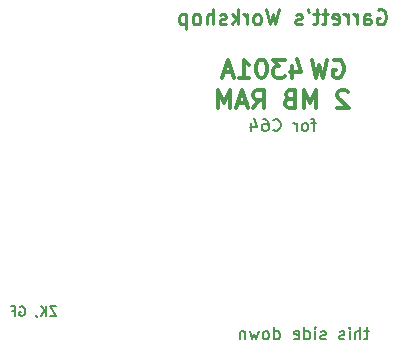
<source format=gbo>
G04 #@! TF.GenerationSoftware,KiCad,Pcbnew,(5.1.5-0-10_14)*
G04 #@! TF.CreationDate,2021-05-02T05:38:54-04:00*
G04 #@! TF.ProjectId,GW4301,47573433-3031-42e6-9b69-6361645f7063,1.2*
G04 #@! TF.SameCoordinates,Original*
G04 #@! TF.FileFunction,Legend,Bot*
G04 #@! TF.FilePolarity,Positive*
%FSLAX46Y46*%
G04 Gerber Fmt 4.6, Leading zero omitted, Abs format (unit mm)*
G04 Created by KiCad (PCBNEW (5.1.5-0-10_14)) date 2021-05-02 05:38:54*
%MOMM*%
%LPD*%
G04 APERTURE LIST*
%ADD10C,0.200000*%
%ADD11C,0.203200*%
%ADD12C,0.225000*%
%ADD13C,0.300000*%
%ADD14C,0.100000*%
%ADD15C,1.140600*%
%ADD16C,2.150000*%
G04 APERTURE END LIST*
D10*
X137619619Y-88301285D02*
X137232571Y-88301285D01*
X137474476Y-87962619D02*
X137474476Y-88833476D01*
X137426095Y-88930238D01*
X137329333Y-88978619D01*
X137232571Y-88978619D01*
X136893904Y-88978619D02*
X136893904Y-87962619D01*
X136458476Y-88978619D02*
X136458476Y-88446428D01*
X136506857Y-88349666D01*
X136603619Y-88301285D01*
X136748761Y-88301285D01*
X136845523Y-88349666D01*
X136893904Y-88398047D01*
X135974666Y-88978619D02*
X135974666Y-88301285D01*
X135974666Y-87962619D02*
X136023047Y-88011000D01*
X135974666Y-88059380D01*
X135926285Y-88011000D01*
X135974666Y-87962619D01*
X135974666Y-88059380D01*
X135539238Y-88930238D02*
X135442476Y-88978619D01*
X135248952Y-88978619D01*
X135152190Y-88930238D01*
X135103809Y-88833476D01*
X135103809Y-88785095D01*
X135152190Y-88688333D01*
X135248952Y-88639952D01*
X135394095Y-88639952D01*
X135490857Y-88591571D01*
X135539238Y-88494809D01*
X135539238Y-88446428D01*
X135490857Y-88349666D01*
X135394095Y-88301285D01*
X135248952Y-88301285D01*
X135152190Y-88349666D01*
X133942666Y-88930238D02*
X133845904Y-88978619D01*
X133652380Y-88978619D01*
X133555619Y-88930238D01*
X133507238Y-88833476D01*
X133507238Y-88785095D01*
X133555619Y-88688333D01*
X133652380Y-88639952D01*
X133797523Y-88639952D01*
X133894285Y-88591571D01*
X133942666Y-88494809D01*
X133942666Y-88446428D01*
X133894285Y-88349666D01*
X133797523Y-88301285D01*
X133652380Y-88301285D01*
X133555619Y-88349666D01*
X133071809Y-88978619D02*
X133071809Y-88301285D01*
X133071809Y-87962619D02*
X133120190Y-88011000D01*
X133071809Y-88059380D01*
X133023428Y-88011000D01*
X133071809Y-87962619D01*
X133071809Y-88059380D01*
X132152571Y-88978619D02*
X132152571Y-87962619D01*
X132152571Y-88930238D02*
X132249333Y-88978619D01*
X132442857Y-88978619D01*
X132539619Y-88930238D01*
X132588000Y-88881857D01*
X132636380Y-88785095D01*
X132636380Y-88494809D01*
X132588000Y-88398047D01*
X132539619Y-88349666D01*
X132442857Y-88301285D01*
X132249333Y-88301285D01*
X132152571Y-88349666D01*
X131281714Y-88930238D02*
X131378476Y-88978619D01*
X131572000Y-88978619D01*
X131668761Y-88930238D01*
X131717142Y-88833476D01*
X131717142Y-88446428D01*
X131668761Y-88349666D01*
X131572000Y-88301285D01*
X131378476Y-88301285D01*
X131281714Y-88349666D01*
X131233333Y-88446428D01*
X131233333Y-88543190D01*
X131717142Y-88639952D01*
X129588380Y-88978619D02*
X129588380Y-87962619D01*
X129588380Y-88930238D02*
X129685142Y-88978619D01*
X129878666Y-88978619D01*
X129975428Y-88930238D01*
X130023809Y-88881857D01*
X130072190Y-88785095D01*
X130072190Y-88494809D01*
X130023809Y-88398047D01*
X129975428Y-88349666D01*
X129878666Y-88301285D01*
X129685142Y-88301285D01*
X129588380Y-88349666D01*
X128959428Y-88978619D02*
X129056190Y-88930238D01*
X129104571Y-88881857D01*
X129152952Y-88785095D01*
X129152952Y-88494809D01*
X129104571Y-88398047D01*
X129056190Y-88349666D01*
X128959428Y-88301285D01*
X128814285Y-88301285D01*
X128717523Y-88349666D01*
X128669142Y-88398047D01*
X128620761Y-88494809D01*
X128620761Y-88785095D01*
X128669142Y-88881857D01*
X128717523Y-88930238D01*
X128814285Y-88978619D01*
X128959428Y-88978619D01*
X128282095Y-88301285D02*
X128088571Y-88978619D01*
X127895047Y-88494809D01*
X127701523Y-88978619D01*
X127508000Y-88301285D01*
X127120952Y-88301285D02*
X127120952Y-88978619D01*
X127120952Y-88398047D02*
X127072571Y-88349666D01*
X126975809Y-88301285D01*
X126830666Y-88301285D01*
X126733904Y-88349666D01*
X126685523Y-88446428D01*
X126685523Y-88978619D01*
D11*
X111155238Y-86168895D02*
X110613371Y-86168895D01*
X111155238Y-86981695D01*
X110613371Y-86981695D01*
X110303733Y-86981695D02*
X110303733Y-86168895D01*
X109839276Y-86981695D02*
X110187619Y-86517238D01*
X109839276Y-86168895D02*
X110303733Y-86633352D01*
X109452228Y-86942990D02*
X109452228Y-86981695D01*
X109490933Y-87059104D01*
X109529638Y-87097809D01*
X108058857Y-86207600D02*
X108136266Y-86168895D01*
X108252380Y-86168895D01*
X108368495Y-86207600D01*
X108445904Y-86285009D01*
X108484609Y-86362419D01*
X108523314Y-86517238D01*
X108523314Y-86633352D01*
X108484609Y-86788171D01*
X108445904Y-86865580D01*
X108368495Y-86942990D01*
X108252380Y-86981695D01*
X108174971Y-86981695D01*
X108058857Y-86942990D01*
X108020152Y-86904285D01*
X108020152Y-86633352D01*
X108174971Y-86633352D01*
X107400876Y-86555942D02*
X107671809Y-86555942D01*
X107671809Y-86981695D02*
X107671809Y-86168895D01*
X107284761Y-86168895D01*
D12*
X138345333Y-61087000D02*
X138466285Y-61026523D01*
X138647714Y-61026523D01*
X138829142Y-61087000D01*
X138950095Y-61207952D01*
X139010571Y-61328904D01*
X139071047Y-61570809D01*
X139071047Y-61752238D01*
X139010571Y-61994142D01*
X138950095Y-62115095D01*
X138829142Y-62236047D01*
X138647714Y-62296523D01*
X138526761Y-62296523D01*
X138345333Y-62236047D01*
X138284857Y-62175571D01*
X138284857Y-61752238D01*
X138526761Y-61752238D01*
X137196285Y-62296523D02*
X137196285Y-61631285D01*
X137256761Y-61510333D01*
X137377714Y-61449857D01*
X137619619Y-61449857D01*
X137740571Y-61510333D01*
X137196285Y-62236047D02*
X137317238Y-62296523D01*
X137619619Y-62296523D01*
X137740571Y-62236047D01*
X137801047Y-62115095D01*
X137801047Y-61994142D01*
X137740571Y-61873190D01*
X137619619Y-61812714D01*
X137317238Y-61812714D01*
X137196285Y-61752238D01*
X136591523Y-62296523D02*
X136591523Y-61449857D01*
X136591523Y-61691761D02*
X136531047Y-61570809D01*
X136470571Y-61510333D01*
X136349619Y-61449857D01*
X136228666Y-61449857D01*
X135805333Y-62296523D02*
X135805333Y-61449857D01*
X135805333Y-61691761D02*
X135744857Y-61570809D01*
X135684380Y-61510333D01*
X135563428Y-61449857D01*
X135442476Y-61449857D01*
X134535333Y-62236047D02*
X134656285Y-62296523D01*
X134898190Y-62296523D01*
X135019142Y-62236047D01*
X135079619Y-62115095D01*
X135079619Y-61631285D01*
X135019142Y-61510333D01*
X134898190Y-61449857D01*
X134656285Y-61449857D01*
X134535333Y-61510333D01*
X134474857Y-61631285D01*
X134474857Y-61752238D01*
X135079619Y-61873190D01*
X134112000Y-61449857D02*
X133628190Y-61449857D01*
X133930571Y-61026523D02*
X133930571Y-62115095D01*
X133870095Y-62236047D01*
X133749142Y-62296523D01*
X133628190Y-62296523D01*
X133386285Y-61449857D02*
X132902476Y-61449857D01*
X133204857Y-61026523D02*
X133204857Y-62115095D01*
X133144380Y-62236047D01*
X133023428Y-62296523D01*
X132902476Y-62296523D01*
X132418666Y-61026523D02*
X132418666Y-61087000D01*
X132479142Y-61207952D01*
X132539619Y-61268428D01*
X131934857Y-62236047D02*
X131813904Y-62296523D01*
X131572000Y-62296523D01*
X131451047Y-62236047D01*
X131390571Y-62115095D01*
X131390571Y-62054619D01*
X131451047Y-61933666D01*
X131572000Y-61873190D01*
X131753428Y-61873190D01*
X131874380Y-61812714D01*
X131934857Y-61691761D01*
X131934857Y-61631285D01*
X131874380Y-61510333D01*
X131753428Y-61449857D01*
X131572000Y-61449857D01*
X131451047Y-61510333D01*
X129999619Y-61026523D02*
X129697238Y-62296523D01*
X129455333Y-61389380D01*
X129213428Y-62296523D01*
X128911047Y-61026523D01*
X128245809Y-62296523D02*
X128366761Y-62236047D01*
X128427238Y-62175571D01*
X128487714Y-62054619D01*
X128487714Y-61691761D01*
X128427238Y-61570809D01*
X128366761Y-61510333D01*
X128245809Y-61449857D01*
X128064380Y-61449857D01*
X127943428Y-61510333D01*
X127882952Y-61570809D01*
X127822476Y-61691761D01*
X127822476Y-62054619D01*
X127882952Y-62175571D01*
X127943428Y-62236047D01*
X128064380Y-62296523D01*
X128245809Y-62296523D01*
X127278190Y-62296523D02*
X127278190Y-61449857D01*
X127278190Y-61691761D02*
X127217714Y-61570809D01*
X127157238Y-61510333D01*
X127036285Y-61449857D01*
X126915333Y-61449857D01*
X126492000Y-62296523D02*
X126492000Y-61026523D01*
X126371047Y-61812714D02*
X126008190Y-62296523D01*
X126008190Y-61449857D02*
X126492000Y-61933666D01*
X125524380Y-62236047D02*
X125403428Y-62296523D01*
X125161523Y-62296523D01*
X125040571Y-62236047D01*
X124980095Y-62115095D01*
X124980095Y-62054619D01*
X125040571Y-61933666D01*
X125161523Y-61873190D01*
X125342952Y-61873190D01*
X125463904Y-61812714D01*
X125524380Y-61691761D01*
X125524380Y-61631285D01*
X125463904Y-61510333D01*
X125342952Y-61449857D01*
X125161523Y-61449857D01*
X125040571Y-61510333D01*
X124435809Y-62296523D02*
X124435809Y-61026523D01*
X123891523Y-62296523D02*
X123891523Y-61631285D01*
X123952000Y-61510333D01*
X124072952Y-61449857D01*
X124254380Y-61449857D01*
X124375333Y-61510333D01*
X124435809Y-61570809D01*
X123105333Y-62296523D02*
X123226285Y-62236047D01*
X123286761Y-62175571D01*
X123347238Y-62054619D01*
X123347238Y-61691761D01*
X123286761Y-61570809D01*
X123226285Y-61510333D01*
X123105333Y-61449857D01*
X122923904Y-61449857D01*
X122802952Y-61510333D01*
X122742476Y-61570809D01*
X122682000Y-61691761D01*
X122682000Y-62054619D01*
X122742476Y-62175571D01*
X122802952Y-62236047D01*
X122923904Y-62296523D01*
X123105333Y-62296523D01*
X122137714Y-61449857D02*
X122137714Y-62719857D01*
X122137714Y-61510333D02*
X122016761Y-61449857D01*
X121774857Y-61449857D01*
X121653904Y-61510333D01*
X121593428Y-61570809D01*
X121532952Y-61691761D01*
X121532952Y-62054619D01*
X121593428Y-62175571D01*
X121653904Y-62236047D01*
X121774857Y-62296523D01*
X122016761Y-62296523D01*
X122137714Y-62236047D01*
D13*
X131131800Y-65789428D02*
X131131800Y-66805428D01*
X131494657Y-65208857D02*
X131857514Y-66297428D01*
X130914085Y-66297428D01*
X130478657Y-65281428D02*
X129535228Y-65281428D01*
X130043228Y-65862000D01*
X129825514Y-65862000D01*
X129680371Y-65934571D01*
X129607800Y-66007142D01*
X129535228Y-66152285D01*
X129535228Y-66515142D01*
X129607800Y-66660285D01*
X129680371Y-66732857D01*
X129825514Y-66805428D01*
X130260942Y-66805428D01*
X130406085Y-66732857D01*
X130478657Y-66660285D01*
X128591800Y-65281428D02*
X128446657Y-65281428D01*
X128301514Y-65354000D01*
X128228942Y-65426571D01*
X128156371Y-65571714D01*
X128083800Y-65862000D01*
X128083800Y-66224857D01*
X128156371Y-66515142D01*
X128228942Y-66660285D01*
X128301514Y-66732857D01*
X128446657Y-66805428D01*
X128591800Y-66805428D01*
X128736942Y-66732857D01*
X128809514Y-66660285D01*
X128882085Y-66515142D01*
X128954657Y-66224857D01*
X128954657Y-65862000D01*
X128882085Y-65571714D01*
X128809514Y-65426571D01*
X128736942Y-65354000D01*
X128591800Y-65281428D01*
X126632371Y-66805428D02*
X127503228Y-66805428D01*
X127067800Y-66805428D02*
X127067800Y-65281428D01*
X127212942Y-65499142D01*
X127358085Y-65644285D01*
X127503228Y-65716857D01*
X126051800Y-66370000D02*
X125326085Y-66370000D01*
X126196942Y-66805428D02*
X125688942Y-65281428D01*
X125180942Y-66805428D01*
X134651514Y-65354000D02*
X134796657Y-65281428D01*
X135014371Y-65281428D01*
X135232085Y-65354000D01*
X135377228Y-65499142D01*
X135449800Y-65644285D01*
X135522371Y-65934571D01*
X135522371Y-66152285D01*
X135449800Y-66442571D01*
X135377228Y-66587714D01*
X135232085Y-66732857D01*
X135014371Y-66805428D01*
X134869228Y-66805428D01*
X134651514Y-66732857D01*
X134578942Y-66660285D01*
X134578942Y-66152285D01*
X134869228Y-66152285D01*
X134070942Y-65281428D02*
X133708085Y-66805428D01*
X133417800Y-65716857D01*
X133127514Y-66805428D01*
X132764657Y-65281428D01*
D10*
X133132285Y-70648285D02*
X132745238Y-70648285D01*
X132987142Y-71325619D02*
X132987142Y-70454761D01*
X132938761Y-70358000D01*
X132842000Y-70309619D01*
X132745238Y-70309619D01*
X132261428Y-71325619D02*
X132358190Y-71277238D01*
X132406571Y-71228857D01*
X132454952Y-71132095D01*
X132454952Y-70841809D01*
X132406571Y-70745047D01*
X132358190Y-70696666D01*
X132261428Y-70648285D01*
X132116285Y-70648285D01*
X132019523Y-70696666D01*
X131971142Y-70745047D01*
X131922761Y-70841809D01*
X131922761Y-71132095D01*
X131971142Y-71228857D01*
X132019523Y-71277238D01*
X132116285Y-71325619D01*
X132261428Y-71325619D01*
X131487333Y-71325619D02*
X131487333Y-70648285D01*
X131487333Y-70841809D02*
X131438952Y-70745047D01*
X131390571Y-70696666D01*
X131293809Y-70648285D01*
X131197047Y-70648285D01*
X129503714Y-71228857D02*
X129552095Y-71277238D01*
X129697238Y-71325619D01*
X129794000Y-71325619D01*
X129939142Y-71277238D01*
X130035904Y-71180476D01*
X130084285Y-71083714D01*
X130132666Y-70890190D01*
X130132666Y-70745047D01*
X130084285Y-70551523D01*
X130035904Y-70454761D01*
X129939142Y-70358000D01*
X129794000Y-70309619D01*
X129697238Y-70309619D01*
X129552095Y-70358000D01*
X129503714Y-70406380D01*
X128632857Y-70309619D02*
X128826380Y-70309619D01*
X128923142Y-70358000D01*
X128971523Y-70406380D01*
X129068285Y-70551523D01*
X129116666Y-70745047D01*
X129116666Y-71132095D01*
X129068285Y-71228857D01*
X129019904Y-71277238D01*
X128923142Y-71325619D01*
X128729619Y-71325619D01*
X128632857Y-71277238D01*
X128584476Y-71228857D01*
X128536095Y-71132095D01*
X128536095Y-70890190D01*
X128584476Y-70793428D01*
X128632857Y-70745047D01*
X128729619Y-70696666D01*
X128923142Y-70696666D01*
X129019904Y-70745047D01*
X129068285Y-70793428D01*
X129116666Y-70890190D01*
X127665238Y-70648285D02*
X127665238Y-71325619D01*
X127907142Y-70261238D02*
X128149047Y-70986952D01*
X127520095Y-70986952D01*
D13*
X135817428Y-68017571D02*
X135744857Y-67945000D01*
X135599714Y-67872428D01*
X135236857Y-67872428D01*
X135091714Y-67945000D01*
X135019142Y-68017571D01*
X134946571Y-68162714D01*
X134946571Y-68307857D01*
X135019142Y-68525571D01*
X135890000Y-69396428D01*
X134946571Y-69396428D01*
X133132285Y-69396428D02*
X133132285Y-67872428D01*
X132624285Y-68961000D01*
X132116285Y-67872428D01*
X132116285Y-69396428D01*
X130882571Y-68598142D02*
X130664857Y-68670714D01*
X130592285Y-68743285D01*
X130519714Y-68888428D01*
X130519714Y-69106142D01*
X130592285Y-69251285D01*
X130664857Y-69323857D01*
X130810000Y-69396428D01*
X131390571Y-69396428D01*
X131390571Y-67872428D01*
X130882571Y-67872428D01*
X130737428Y-67945000D01*
X130664857Y-68017571D01*
X130592285Y-68162714D01*
X130592285Y-68307857D01*
X130664857Y-68453000D01*
X130737428Y-68525571D01*
X130882571Y-68598142D01*
X131390571Y-68598142D01*
X127834571Y-69396428D02*
X128342571Y-68670714D01*
X128705428Y-69396428D02*
X128705428Y-67872428D01*
X128124857Y-67872428D01*
X127979714Y-67945000D01*
X127907142Y-68017571D01*
X127834571Y-68162714D01*
X127834571Y-68380428D01*
X127907142Y-68525571D01*
X127979714Y-68598142D01*
X128124857Y-68670714D01*
X128705428Y-68670714D01*
X127254000Y-68961000D02*
X126528285Y-68961000D01*
X127399142Y-69396428D02*
X126891142Y-67872428D01*
X126383142Y-69396428D01*
X125875142Y-69396428D02*
X125875142Y-67872428D01*
X125367142Y-68961000D01*
X124859142Y-67872428D01*
X124859142Y-69396428D01*
%LPC*%
D14*
G36*
X161290000Y-97282000D02*
G01*
X160782000Y-97790000D01*
X103378000Y-97790000D01*
X102870000Y-97282000D01*
X102870000Y-89916000D01*
X161290000Y-89916000D01*
X161290000Y-97282000D01*
G37*
G36*
X159209520Y-89375015D02*
G01*
X159250145Y-89381041D01*
X159289984Y-89391020D01*
X159328653Y-89404856D01*
X159365780Y-89422416D01*
X159401006Y-89443530D01*
X159433994Y-89467995D01*
X159464424Y-89495576D01*
X159492005Y-89526006D01*
X159516470Y-89558994D01*
X159537584Y-89594220D01*
X159555144Y-89631347D01*
X159568980Y-89670016D01*
X159578959Y-89709855D01*
X159584985Y-89750480D01*
X159587000Y-89791500D01*
X159587000Y-96444500D01*
X159584985Y-96485520D01*
X159578959Y-96526145D01*
X159568980Y-96565984D01*
X159555144Y-96604653D01*
X159537584Y-96641780D01*
X159516470Y-96677006D01*
X159492005Y-96709994D01*
X159464424Y-96740424D01*
X159433994Y-96768005D01*
X159401006Y-96792470D01*
X159365780Y-96813584D01*
X159328653Y-96831144D01*
X159289984Y-96844980D01*
X159250145Y-96854959D01*
X159209520Y-96860985D01*
X159168500Y-96863000D01*
X158331500Y-96863000D01*
X158290480Y-96860985D01*
X158249855Y-96854959D01*
X158210016Y-96844980D01*
X158171347Y-96831144D01*
X158134220Y-96813584D01*
X158098994Y-96792470D01*
X158066006Y-96768005D01*
X158035576Y-96740424D01*
X158007995Y-96709994D01*
X157983530Y-96677006D01*
X157962416Y-96641780D01*
X157944856Y-96604653D01*
X157931020Y-96565984D01*
X157921041Y-96526145D01*
X157915015Y-96485520D01*
X157913000Y-96444500D01*
X157913000Y-89791500D01*
X157915015Y-89750480D01*
X157921041Y-89709855D01*
X157931020Y-89670016D01*
X157944856Y-89631347D01*
X157962416Y-89594220D01*
X157983530Y-89558994D01*
X158007995Y-89526006D01*
X158035576Y-89495576D01*
X158066006Y-89467995D01*
X158098994Y-89443530D01*
X158134220Y-89422416D01*
X158171347Y-89404856D01*
X158210016Y-89391020D01*
X158249855Y-89381041D01*
X158290480Y-89375015D01*
X158331500Y-89373000D01*
X159168500Y-89373000D01*
X159209520Y-89375015D01*
G37*
G36*
X156669520Y-89375015D02*
G01*
X156710145Y-89381041D01*
X156749984Y-89391020D01*
X156788653Y-89404856D01*
X156825780Y-89422416D01*
X156861006Y-89443530D01*
X156893994Y-89467995D01*
X156924424Y-89495576D01*
X156952005Y-89526006D01*
X156976470Y-89558994D01*
X156997584Y-89594220D01*
X157015144Y-89631347D01*
X157028980Y-89670016D01*
X157038959Y-89709855D01*
X157044985Y-89750480D01*
X157047000Y-89791500D01*
X157047000Y-96444500D01*
X157044985Y-96485520D01*
X157038959Y-96526145D01*
X157028980Y-96565984D01*
X157015144Y-96604653D01*
X156997584Y-96641780D01*
X156976470Y-96677006D01*
X156952005Y-96709994D01*
X156924424Y-96740424D01*
X156893994Y-96768005D01*
X156861006Y-96792470D01*
X156825780Y-96813584D01*
X156788653Y-96831144D01*
X156749984Y-96844980D01*
X156710145Y-96854959D01*
X156669520Y-96860985D01*
X156628500Y-96863000D01*
X155791500Y-96863000D01*
X155750480Y-96860985D01*
X155709855Y-96854959D01*
X155670016Y-96844980D01*
X155631347Y-96831144D01*
X155594220Y-96813584D01*
X155558994Y-96792470D01*
X155526006Y-96768005D01*
X155495576Y-96740424D01*
X155467995Y-96709994D01*
X155443530Y-96677006D01*
X155422416Y-96641780D01*
X155404856Y-96604653D01*
X155391020Y-96565984D01*
X155381041Y-96526145D01*
X155375015Y-96485520D01*
X155373000Y-96444500D01*
X155373000Y-89791500D01*
X155375015Y-89750480D01*
X155381041Y-89709855D01*
X155391020Y-89670016D01*
X155404856Y-89631347D01*
X155422416Y-89594220D01*
X155443530Y-89558994D01*
X155467995Y-89526006D01*
X155495576Y-89495576D01*
X155526006Y-89467995D01*
X155558994Y-89443530D01*
X155594220Y-89422416D01*
X155631347Y-89404856D01*
X155670016Y-89391020D01*
X155709855Y-89381041D01*
X155750480Y-89375015D01*
X155791500Y-89373000D01*
X156628500Y-89373000D01*
X156669520Y-89375015D01*
G37*
G36*
X154129520Y-89375015D02*
G01*
X154170145Y-89381041D01*
X154209984Y-89391020D01*
X154248653Y-89404856D01*
X154285780Y-89422416D01*
X154321006Y-89443530D01*
X154353994Y-89467995D01*
X154384424Y-89495576D01*
X154412005Y-89526006D01*
X154436470Y-89558994D01*
X154457584Y-89594220D01*
X154475144Y-89631347D01*
X154488980Y-89670016D01*
X154498959Y-89709855D01*
X154504985Y-89750480D01*
X154507000Y-89791500D01*
X154507000Y-96444500D01*
X154504985Y-96485520D01*
X154498959Y-96526145D01*
X154488980Y-96565984D01*
X154475144Y-96604653D01*
X154457584Y-96641780D01*
X154436470Y-96677006D01*
X154412005Y-96709994D01*
X154384424Y-96740424D01*
X154353994Y-96768005D01*
X154321006Y-96792470D01*
X154285780Y-96813584D01*
X154248653Y-96831144D01*
X154209984Y-96844980D01*
X154170145Y-96854959D01*
X154129520Y-96860985D01*
X154088500Y-96863000D01*
X153251500Y-96863000D01*
X153210480Y-96860985D01*
X153169855Y-96854959D01*
X153130016Y-96844980D01*
X153091347Y-96831144D01*
X153054220Y-96813584D01*
X153018994Y-96792470D01*
X152986006Y-96768005D01*
X152955576Y-96740424D01*
X152927995Y-96709994D01*
X152903530Y-96677006D01*
X152882416Y-96641780D01*
X152864856Y-96604653D01*
X152851020Y-96565984D01*
X152841041Y-96526145D01*
X152835015Y-96485520D01*
X152833000Y-96444500D01*
X152833000Y-89791500D01*
X152835015Y-89750480D01*
X152841041Y-89709855D01*
X152851020Y-89670016D01*
X152864856Y-89631347D01*
X152882416Y-89594220D01*
X152903530Y-89558994D01*
X152927995Y-89526006D01*
X152955576Y-89495576D01*
X152986006Y-89467995D01*
X153018994Y-89443530D01*
X153054220Y-89422416D01*
X153091347Y-89404856D01*
X153130016Y-89391020D01*
X153169855Y-89381041D01*
X153210480Y-89375015D01*
X153251500Y-89373000D01*
X154088500Y-89373000D01*
X154129520Y-89375015D01*
G37*
G36*
X151589520Y-89375015D02*
G01*
X151630145Y-89381041D01*
X151669984Y-89391020D01*
X151708653Y-89404856D01*
X151745780Y-89422416D01*
X151781006Y-89443530D01*
X151813994Y-89467995D01*
X151844424Y-89495576D01*
X151872005Y-89526006D01*
X151896470Y-89558994D01*
X151917584Y-89594220D01*
X151935144Y-89631347D01*
X151948980Y-89670016D01*
X151958959Y-89709855D01*
X151964985Y-89750480D01*
X151967000Y-89791500D01*
X151967000Y-96444500D01*
X151964985Y-96485520D01*
X151958959Y-96526145D01*
X151948980Y-96565984D01*
X151935144Y-96604653D01*
X151917584Y-96641780D01*
X151896470Y-96677006D01*
X151872005Y-96709994D01*
X151844424Y-96740424D01*
X151813994Y-96768005D01*
X151781006Y-96792470D01*
X151745780Y-96813584D01*
X151708653Y-96831144D01*
X151669984Y-96844980D01*
X151630145Y-96854959D01*
X151589520Y-96860985D01*
X151548500Y-96863000D01*
X150711500Y-96863000D01*
X150670480Y-96860985D01*
X150629855Y-96854959D01*
X150590016Y-96844980D01*
X150551347Y-96831144D01*
X150514220Y-96813584D01*
X150478994Y-96792470D01*
X150446006Y-96768005D01*
X150415576Y-96740424D01*
X150387995Y-96709994D01*
X150363530Y-96677006D01*
X150342416Y-96641780D01*
X150324856Y-96604653D01*
X150311020Y-96565984D01*
X150301041Y-96526145D01*
X150295015Y-96485520D01*
X150293000Y-96444500D01*
X150293000Y-89791500D01*
X150295015Y-89750480D01*
X150301041Y-89709855D01*
X150311020Y-89670016D01*
X150324856Y-89631347D01*
X150342416Y-89594220D01*
X150363530Y-89558994D01*
X150387995Y-89526006D01*
X150415576Y-89495576D01*
X150446006Y-89467995D01*
X150478994Y-89443530D01*
X150514220Y-89422416D01*
X150551347Y-89404856D01*
X150590016Y-89391020D01*
X150629855Y-89381041D01*
X150670480Y-89375015D01*
X150711500Y-89373000D01*
X151548500Y-89373000D01*
X151589520Y-89375015D01*
G37*
G36*
X149049520Y-89375015D02*
G01*
X149090145Y-89381041D01*
X149129984Y-89391020D01*
X149168653Y-89404856D01*
X149205780Y-89422416D01*
X149241006Y-89443530D01*
X149273994Y-89467995D01*
X149304424Y-89495576D01*
X149332005Y-89526006D01*
X149356470Y-89558994D01*
X149377584Y-89594220D01*
X149395144Y-89631347D01*
X149408980Y-89670016D01*
X149418959Y-89709855D01*
X149424985Y-89750480D01*
X149427000Y-89791500D01*
X149427000Y-96444500D01*
X149424985Y-96485520D01*
X149418959Y-96526145D01*
X149408980Y-96565984D01*
X149395144Y-96604653D01*
X149377584Y-96641780D01*
X149356470Y-96677006D01*
X149332005Y-96709994D01*
X149304424Y-96740424D01*
X149273994Y-96768005D01*
X149241006Y-96792470D01*
X149205780Y-96813584D01*
X149168653Y-96831144D01*
X149129984Y-96844980D01*
X149090145Y-96854959D01*
X149049520Y-96860985D01*
X149008500Y-96863000D01*
X148171500Y-96863000D01*
X148130480Y-96860985D01*
X148089855Y-96854959D01*
X148050016Y-96844980D01*
X148011347Y-96831144D01*
X147974220Y-96813584D01*
X147938994Y-96792470D01*
X147906006Y-96768005D01*
X147875576Y-96740424D01*
X147847995Y-96709994D01*
X147823530Y-96677006D01*
X147802416Y-96641780D01*
X147784856Y-96604653D01*
X147771020Y-96565984D01*
X147761041Y-96526145D01*
X147755015Y-96485520D01*
X147753000Y-96444500D01*
X147753000Y-89791500D01*
X147755015Y-89750480D01*
X147761041Y-89709855D01*
X147771020Y-89670016D01*
X147784856Y-89631347D01*
X147802416Y-89594220D01*
X147823530Y-89558994D01*
X147847995Y-89526006D01*
X147875576Y-89495576D01*
X147906006Y-89467995D01*
X147938994Y-89443530D01*
X147974220Y-89422416D01*
X148011347Y-89404856D01*
X148050016Y-89391020D01*
X148089855Y-89381041D01*
X148130480Y-89375015D01*
X148171500Y-89373000D01*
X149008500Y-89373000D01*
X149049520Y-89375015D01*
G37*
G36*
X146509520Y-89375015D02*
G01*
X146550145Y-89381041D01*
X146589984Y-89391020D01*
X146628653Y-89404856D01*
X146665780Y-89422416D01*
X146701006Y-89443530D01*
X146733994Y-89467995D01*
X146764424Y-89495576D01*
X146792005Y-89526006D01*
X146816470Y-89558994D01*
X146837584Y-89594220D01*
X146855144Y-89631347D01*
X146868980Y-89670016D01*
X146878959Y-89709855D01*
X146884985Y-89750480D01*
X146887000Y-89791500D01*
X146887000Y-96444500D01*
X146884985Y-96485520D01*
X146878959Y-96526145D01*
X146868980Y-96565984D01*
X146855144Y-96604653D01*
X146837584Y-96641780D01*
X146816470Y-96677006D01*
X146792005Y-96709994D01*
X146764424Y-96740424D01*
X146733994Y-96768005D01*
X146701006Y-96792470D01*
X146665780Y-96813584D01*
X146628653Y-96831144D01*
X146589984Y-96844980D01*
X146550145Y-96854959D01*
X146509520Y-96860985D01*
X146468500Y-96863000D01*
X145631500Y-96863000D01*
X145590480Y-96860985D01*
X145549855Y-96854959D01*
X145510016Y-96844980D01*
X145471347Y-96831144D01*
X145434220Y-96813584D01*
X145398994Y-96792470D01*
X145366006Y-96768005D01*
X145335576Y-96740424D01*
X145307995Y-96709994D01*
X145283530Y-96677006D01*
X145262416Y-96641780D01*
X145244856Y-96604653D01*
X145231020Y-96565984D01*
X145221041Y-96526145D01*
X145215015Y-96485520D01*
X145213000Y-96444500D01*
X145213000Y-89791500D01*
X145215015Y-89750480D01*
X145221041Y-89709855D01*
X145231020Y-89670016D01*
X145244856Y-89631347D01*
X145262416Y-89594220D01*
X145283530Y-89558994D01*
X145307995Y-89526006D01*
X145335576Y-89495576D01*
X145366006Y-89467995D01*
X145398994Y-89443530D01*
X145434220Y-89422416D01*
X145471347Y-89404856D01*
X145510016Y-89391020D01*
X145549855Y-89381041D01*
X145590480Y-89375015D01*
X145631500Y-89373000D01*
X146468500Y-89373000D01*
X146509520Y-89375015D01*
G37*
G36*
X143969520Y-89375015D02*
G01*
X144010145Y-89381041D01*
X144049984Y-89391020D01*
X144088653Y-89404856D01*
X144125780Y-89422416D01*
X144161006Y-89443530D01*
X144193994Y-89467995D01*
X144224424Y-89495576D01*
X144252005Y-89526006D01*
X144276470Y-89558994D01*
X144297584Y-89594220D01*
X144315144Y-89631347D01*
X144328980Y-89670016D01*
X144338959Y-89709855D01*
X144344985Y-89750480D01*
X144347000Y-89791500D01*
X144347000Y-96444500D01*
X144344985Y-96485520D01*
X144338959Y-96526145D01*
X144328980Y-96565984D01*
X144315144Y-96604653D01*
X144297584Y-96641780D01*
X144276470Y-96677006D01*
X144252005Y-96709994D01*
X144224424Y-96740424D01*
X144193994Y-96768005D01*
X144161006Y-96792470D01*
X144125780Y-96813584D01*
X144088653Y-96831144D01*
X144049984Y-96844980D01*
X144010145Y-96854959D01*
X143969520Y-96860985D01*
X143928500Y-96863000D01*
X143091500Y-96863000D01*
X143050480Y-96860985D01*
X143009855Y-96854959D01*
X142970016Y-96844980D01*
X142931347Y-96831144D01*
X142894220Y-96813584D01*
X142858994Y-96792470D01*
X142826006Y-96768005D01*
X142795576Y-96740424D01*
X142767995Y-96709994D01*
X142743530Y-96677006D01*
X142722416Y-96641780D01*
X142704856Y-96604653D01*
X142691020Y-96565984D01*
X142681041Y-96526145D01*
X142675015Y-96485520D01*
X142673000Y-96444500D01*
X142673000Y-89791500D01*
X142675015Y-89750480D01*
X142681041Y-89709855D01*
X142691020Y-89670016D01*
X142704856Y-89631347D01*
X142722416Y-89594220D01*
X142743530Y-89558994D01*
X142767995Y-89526006D01*
X142795576Y-89495576D01*
X142826006Y-89467995D01*
X142858994Y-89443530D01*
X142894220Y-89422416D01*
X142931347Y-89404856D01*
X142970016Y-89391020D01*
X143009855Y-89381041D01*
X143050480Y-89375015D01*
X143091500Y-89373000D01*
X143928500Y-89373000D01*
X143969520Y-89375015D01*
G37*
G36*
X141429520Y-89375015D02*
G01*
X141470145Y-89381041D01*
X141509984Y-89391020D01*
X141548653Y-89404856D01*
X141585780Y-89422416D01*
X141621006Y-89443530D01*
X141653994Y-89467995D01*
X141684424Y-89495576D01*
X141712005Y-89526006D01*
X141736470Y-89558994D01*
X141757584Y-89594220D01*
X141775144Y-89631347D01*
X141788980Y-89670016D01*
X141798959Y-89709855D01*
X141804985Y-89750480D01*
X141807000Y-89791500D01*
X141807000Y-96444500D01*
X141804985Y-96485520D01*
X141798959Y-96526145D01*
X141788980Y-96565984D01*
X141775144Y-96604653D01*
X141757584Y-96641780D01*
X141736470Y-96677006D01*
X141712005Y-96709994D01*
X141684424Y-96740424D01*
X141653994Y-96768005D01*
X141621006Y-96792470D01*
X141585780Y-96813584D01*
X141548653Y-96831144D01*
X141509984Y-96844980D01*
X141470145Y-96854959D01*
X141429520Y-96860985D01*
X141388500Y-96863000D01*
X140551500Y-96863000D01*
X140510480Y-96860985D01*
X140469855Y-96854959D01*
X140430016Y-96844980D01*
X140391347Y-96831144D01*
X140354220Y-96813584D01*
X140318994Y-96792470D01*
X140286006Y-96768005D01*
X140255576Y-96740424D01*
X140227995Y-96709994D01*
X140203530Y-96677006D01*
X140182416Y-96641780D01*
X140164856Y-96604653D01*
X140151020Y-96565984D01*
X140141041Y-96526145D01*
X140135015Y-96485520D01*
X140133000Y-96444500D01*
X140133000Y-89791500D01*
X140135015Y-89750480D01*
X140141041Y-89709855D01*
X140151020Y-89670016D01*
X140164856Y-89631347D01*
X140182416Y-89594220D01*
X140203530Y-89558994D01*
X140227995Y-89526006D01*
X140255576Y-89495576D01*
X140286006Y-89467995D01*
X140318994Y-89443530D01*
X140354220Y-89422416D01*
X140391347Y-89404856D01*
X140430016Y-89391020D01*
X140469855Y-89381041D01*
X140510480Y-89375015D01*
X140551500Y-89373000D01*
X141388500Y-89373000D01*
X141429520Y-89375015D01*
G37*
G36*
X138889520Y-89375015D02*
G01*
X138930145Y-89381041D01*
X138969984Y-89391020D01*
X139008653Y-89404856D01*
X139045780Y-89422416D01*
X139081006Y-89443530D01*
X139113994Y-89467995D01*
X139144424Y-89495576D01*
X139172005Y-89526006D01*
X139196470Y-89558994D01*
X139217584Y-89594220D01*
X139235144Y-89631347D01*
X139248980Y-89670016D01*
X139258959Y-89709855D01*
X139264985Y-89750480D01*
X139267000Y-89791500D01*
X139267000Y-96444500D01*
X139264985Y-96485520D01*
X139258959Y-96526145D01*
X139248980Y-96565984D01*
X139235144Y-96604653D01*
X139217584Y-96641780D01*
X139196470Y-96677006D01*
X139172005Y-96709994D01*
X139144424Y-96740424D01*
X139113994Y-96768005D01*
X139081006Y-96792470D01*
X139045780Y-96813584D01*
X139008653Y-96831144D01*
X138969984Y-96844980D01*
X138930145Y-96854959D01*
X138889520Y-96860985D01*
X138848500Y-96863000D01*
X138011500Y-96863000D01*
X137970480Y-96860985D01*
X137929855Y-96854959D01*
X137890016Y-96844980D01*
X137851347Y-96831144D01*
X137814220Y-96813584D01*
X137778994Y-96792470D01*
X137746006Y-96768005D01*
X137715576Y-96740424D01*
X137687995Y-96709994D01*
X137663530Y-96677006D01*
X137642416Y-96641780D01*
X137624856Y-96604653D01*
X137611020Y-96565984D01*
X137601041Y-96526145D01*
X137595015Y-96485520D01*
X137593000Y-96444500D01*
X137593000Y-89791500D01*
X137595015Y-89750480D01*
X137601041Y-89709855D01*
X137611020Y-89670016D01*
X137624856Y-89631347D01*
X137642416Y-89594220D01*
X137663530Y-89558994D01*
X137687995Y-89526006D01*
X137715576Y-89495576D01*
X137746006Y-89467995D01*
X137778994Y-89443530D01*
X137814220Y-89422416D01*
X137851347Y-89404856D01*
X137890016Y-89391020D01*
X137929855Y-89381041D01*
X137970480Y-89375015D01*
X138011500Y-89373000D01*
X138848500Y-89373000D01*
X138889520Y-89375015D01*
G37*
G36*
X136349520Y-89375015D02*
G01*
X136390145Y-89381041D01*
X136429984Y-89391020D01*
X136468653Y-89404856D01*
X136505780Y-89422416D01*
X136541006Y-89443530D01*
X136573994Y-89467995D01*
X136604424Y-89495576D01*
X136632005Y-89526006D01*
X136656470Y-89558994D01*
X136677584Y-89594220D01*
X136695144Y-89631347D01*
X136708980Y-89670016D01*
X136718959Y-89709855D01*
X136724985Y-89750480D01*
X136727000Y-89791500D01*
X136727000Y-96444500D01*
X136724985Y-96485520D01*
X136718959Y-96526145D01*
X136708980Y-96565984D01*
X136695144Y-96604653D01*
X136677584Y-96641780D01*
X136656470Y-96677006D01*
X136632005Y-96709994D01*
X136604424Y-96740424D01*
X136573994Y-96768005D01*
X136541006Y-96792470D01*
X136505780Y-96813584D01*
X136468653Y-96831144D01*
X136429984Y-96844980D01*
X136390145Y-96854959D01*
X136349520Y-96860985D01*
X136308500Y-96863000D01*
X135471500Y-96863000D01*
X135430480Y-96860985D01*
X135389855Y-96854959D01*
X135350016Y-96844980D01*
X135311347Y-96831144D01*
X135274220Y-96813584D01*
X135238994Y-96792470D01*
X135206006Y-96768005D01*
X135175576Y-96740424D01*
X135147995Y-96709994D01*
X135123530Y-96677006D01*
X135102416Y-96641780D01*
X135084856Y-96604653D01*
X135071020Y-96565984D01*
X135061041Y-96526145D01*
X135055015Y-96485520D01*
X135053000Y-96444500D01*
X135053000Y-89791500D01*
X135055015Y-89750480D01*
X135061041Y-89709855D01*
X135071020Y-89670016D01*
X135084856Y-89631347D01*
X135102416Y-89594220D01*
X135123530Y-89558994D01*
X135147995Y-89526006D01*
X135175576Y-89495576D01*
X135206006Y-89467995D01*
X135238994Y-89443530D01*
X135274220Y-89422416D01*
X135311347Y-89404856D01*
X135350016Y-89391020D01*
X135389855Y-89381041D01*
X135430480Y-89375015D01*
X135471500Y-89373000D01*
X136308500Y-89373000D01*
X136349520Y-89375015D01*
G37*
G36*
X133809520Y-89375015D02*
G01*
X133850145Y-89381041D01*
X133889984Y-89391020D01*
X133928653Y-89404856D01*
X133965780Y-89422416D01*
X134001006Y-89443530D01*
X134033994Y-89467995D01*
X134064424Y-89495576D01*
X134092005Y-89526006D01*
X134116470Y-89558994D01*
X134137584Y-89594220D01*
X134155144Y-89631347D01*
X134168980Y-89670016D01*
X134178959Y-89709855D01*
X134184985Y-89750480D01*
X134187000Y-89791500D01*
X134187000Y-96444500D01*
X134184985Y-96485520D01*
X134178959Y-96526145D01*
X134168980Y-96565984D01*
X134155144Y-96604653D01*
X134137584Y-96641780D01*
X134116470Y-96677006D01*
X134092005Y-96709994D01*
X134064424Y-96740424D01*
X134033994Y-96768005D01*
X134001006Y-96792470D01*
X133965780Y-96813584D01*
X133928653Y-96831144D01*
X133889984Y-96844980D01*
X133850145Y-96854959D01*
X133809520Y-96860985D01*
X133768500Y-96863000D01*
X132931500Y-96863000D01*
X132890480Y-96860985D01*
X132849855Y-96854959D01*
X132810016Y-96844980D01*
X132771347Y-96831144D01*
X132734220Y-96813584D01*
X132698994Y-96792470D01*
X132666006Y-96768005D01*
X132635576Y-96740424D01*
X132607995Y-96709994D01*
X132583530Y-96677006D01*
X132562416Y-96641780D01*
X132544856Y-96604653D01*
X132531020Y-96565984D01*
X132521041Y-96526145D01*
X132515015Y-96485520D01*
X132513000Y-96444500D01*
X132513000Y-89791500D01*
X132515015Y-89750480D01*
X132521041Y-89709855D01*
X132531020Y-89670016D01*
X132544856Y-89631347D01*
X132562416Y-89594220D01*
X132583530Y-89558994D01*
X132607995Y-89526006D01*
X132635576Y-89495576D01*
X132666006Y-89467995D01*
X132698994Y-89443530D01*
X132734220Y-89422416D01*
X132771347Y-89404856D01*
X132810016Y-89391020D01*
X132849855Y-89381041D01*
X132890480Y-89375015D01*
X132931500Y-89373000D01*
X133768500Y-89373000D01*
X133809520Y-89375015D01*
G37*
G36*
X131269520Y-89375015D02*
G01*
X131310145Y-89381041D01*
X131349984Y-89391020D01*
X131388653Y-89404856D01*
X131425780Y-89422416D01*
X131461006Y-89443530D01*
X131493994Y-89467995D01*
X131524424Y-89495576D01*
X131552005Y-89526006D01*
X131576470Y-89558994D01*
X131597584Y-89594220D01*
X131615144Y-89631347D01*
X131628980Y-89670016D01*
X131638959Y-89709855D01*
X131644985Y-89750480D01*
X131647000Y-89791500D01*
X131647000Y-96444500D01*
X131644985Y-96485520D01*
X131638959Y-96526145D01*
X131628980Y-96565984D01*
X131615144Y-96604653D01*
X131597584Y-96641780D01*
X131576470Y-96677006D01*
X131552005Y-96709994D01*
X131524424Y-96740424D01*
X131493994Y-96768005D01*
X131461006Y-96792470D01*
X131425780Y-96813584D01*
X131388653Y-96831144D01*
X131349984Y-96844980D01*
X131310145Y-96854959D01*
X131269520Y-96860985D01*
X131228500Y-96863000D01*
X130391500Y-96863000D01*
X130350480Y-96860985D01*
X130309855Y-96854959D01*
X130270016Y-96844980D01*
X130231347Y-96831144D01*
X130194220Y-96813584D01*
X130158994Y-96792470D01*
X130126006Y-96768005D01*
X130095576Y-96740424D01*
X130067995Y-96709994D01*
X130043530Y-96677006D01*
X130022416Y-96641780D01*
X130004856Y-96604653D01*
X129991020Y-96565984D01*
X129981041Y-96526145D01*
X129975015Y-96485520D01*
X129973000Y-96444500D01*
X129973000Y-89791500D01*
X129975015Y-89750480D01*
X129981041Y-89709855D01*
X129991020Y-89670016D01*
X130004856Y-89631347D01*
X130022416Y-89594220D01*
X130043530Y-89558994D01*
X130067995Y-89526006D01*
X130095576Y-89495576D01*
X130126006Y-89467995D01*
X130158994Y-89443530D01*
X130194220Y-89422416D01*
X130231347Y-89404856D01*
X130270016Y-89391020D01*
X130309855Y-89381041D01*
X130350480Y-89375015D01*
X130391500Y-89373000D01*
X131228500Y-89373000D01*
X131269520Y-89375015D01*
G37*
G36*
X128729520Y-89375015D02*
G01*
X128770145Y-89381041D01*
X128809984Y-89391020D01*
X128848653Y-89404856D01*
X128885780Y-89422416D01*
X128921006Y-89443530D01*
X128953994Y-89467995D01*
X128984424Y-89495576D01*
X129012005Y-89526006D01*
X129036470Y-89558994D01*
X129057584Y-89594220D01*
X129075144Y-89631347D01*
X129088980Y-89670016D01*
X129098959Y-89709855D01*
X129104985Y-89750480D01*
X129107000Y-89791500D01*
X129107000Y-96444500D01*
X129104985Y-96485520D01*
X129098959Y-96526145D01*
X129088980Y-96565984D01*
X129075144Y-96604653D01*
X129057584Y-96641780D01*
X129036470Y-96677006D01*
X129012005Y-96709994D01*
X128984424Y-96740424D01*
X128953994Y-96768005D01*
X128921006Y-96792470D01*
X128885780Y-96813584D01*
X128848653Y-96831144D01*
X128809984Y-96844980D01*
X128770145Y-96854959D01*
X128729520Y-96860985D01*
X128688500Y-96863000D01*
X127851500Y-96863000D01*
X127810480Y-96860985D01*
X127769855Y-96854959D01*
X127730016Y-96844980D01*
X127691347Y-96831144D01*
X127654220Y-96813584D01*
X127618994Y-96792470D01*
X127586006Y-96768005D01*
X127555576Y-96740424D01*
X127527995Y-96709994D01*
X127503530Y-96677006D01*
X127482416Y-96641780D01*
X127464856Y-96604653D01*
X127451020Y-96565984D01*
X127441041Y-96526145D01*
X127435015Y-96485520D01*
X127433000Y-96444500D01*
X127433000Y-89791500D01*
X127435015Y-89750480D01*
X127441041Y-89709855D01*
X127451020Y-89670016D01*
X127464856Y-89631347D01*
X127482416Y-89594220D01*
X127503530Y-89558994D01*
X127527995Y-89526006D01*
X127555576Y-89495576D01*
X127586006Y-89467995D01*
X127618994Y-89443530D01*
X127654220Y-89422416D01*
X127691347Y-89404856D01*
X127730016Y-89391020D01*
X127769855Y-89381041D01*
X127810480Y-89375015D01*
X127851500Y-89373000D01*
X128688500Y-89373000D01*
X128729520Y-89375015D01*
G37*
G36*
X126189520Y-89375015D02*
G01*
X126230145Y-89381041D01*
X126269984Y-89391020D01*
X126308653Y-89404856D01*
X126345780Y-89422416D01*
X126381006Y-89443530D01*
X126413994Y-89467995D01*
X126444424Y-89495576D01*
X126472005Y-89526006D01*
X126496470Y-89558994D01*
X126517584Y-89594220D01*
X126535144Y-89631347D01*
X126548980Y-89670016D01*
X126558959Y-89709855D01*
X126564985Y-89750480D01*
X126567000Y-89791500D01*
X126567000Y-96444500D01*
X126564985Y-96485520D01*
X126558959Y-96526145D01*
X126548980Y-96565984D01*
X126535144Y-96604653D01*
X126517584Y-96641780D01*
X126496470Y-96677006D01*
X126472005Y-96709994D01*
X126444424Y-96740424D01*
X126413994Y-96768005D01*
X126381006Y-96792470D01*
X126345780Y-96813584D01*
X126308653Y-96831144D01*
X126269984Y-96844980D01*
X126230145Y-96854959D01*
X126189520Y-96860985D01*
X126148500Y-96863000D01*
X125311500Y-96863000D01*
X125270480Y-96860985D01*
X125229855Y-96854959D01*
X125190016Y-96844980D01*
X125151347Y-96831144D01*
X125114220Y-96813584D01*
X125078994Y-96792470D01*
X125046006Y-96768005D01*
X125015576Y-96740424D01*
X124987995Y-96709994D01*
X124963530Y-96677006D01*
X124942416Y-96641780D01*
X124924856Y-96604653D01*
X124911020Y-96565984D01*
X124901041Y-96526145D01*
X124895015Y-96485520D01*
X124893000Y-96444500D01*
X124893000Y-89791500D01*
X124895015Y-89750480D01*
X124901041Y-89709855D01*
X124911020Y-89670016D01*
X124924856Y-89631347D01*
X124942416Y-89594220D01*
X124963530Y-89558994D01*
X124987995Y-89526006D01*
X125015576Y-89495576D01*
X125046006Y-89467995D01*
X125078994Y-89443530D01*
X125114220Y-89422416D01*
X125151347Y-89404856D01*
X125190016Y-89391020D01*
X125229855Y-89381041D01*
X125270480Y-89375015D01*
X125311500Y-89373000D01*
X126148500Y-89373000D01*
X126189520Y-89375015D01*
G37*
G36*
X123649520Y-89375015D02*
G01*
X123690145Y-89381041D01*
X123729984Y-89391020D01*
X123768653Y-89404856D01*
X123805780Y-89422416D01*
X123841006Y-89443530D01*
X123873994Y-89467995D01*
X123904424Y-89495576D01*
X123932005Y-89526006D01*
X123956470Y-89558994D01*
X123977584Y-89594220D01*
X123995144Y-89631347D01*
X124008980Y-89670016D01*
X124018959Y-89709855D01*
X124024985Y-89750480D01*
X124027000Y-89791500D01*
X124027000Y-96444500D01*
X124024985Y-96485520D01*
X124018959Y-96526145D01*
X124008980Y-96565984D01*
X123995144Y-96604653D01*
X123977584Y-96641780D01*
X123956470Y-96677006D01*
X123932005Y-96709994D01*
X123904424Y-96740424D01*
X123873994Y-96768005D01*
X123841006Y-96792470D01*
X123805780Y-96813584D01*
X123768653Y-96831144D01*
X123729984Y-96844980D01*
X123690145Y-96854959D01*
X123649520Y-96860985D01*
X123608500Y-96863000D01*
X122771500Y-96863000D01*
X122730480Y-96860985D01*
X122689855Y-96854959D01*
X122650016Y-96844980D01*
X122611347Y-96831144D01*
X122574220Y-96813584D01*
X122538994Y-96792470D01*
X122506006Y-96768005D01*
X122475576Y-96740424D01*
X122447995Y-96709994D01*
X122423530Y-96677006D01*
X122402416Y-96641780D01*
X122384856Y-96604653D01*
X122371020Y-96565984D01*
X122361041Y-96526145D01*
X122355015Y-96485520D01*
X122353000Y-96444500D01*
X122353000Y-89791500D01*
X122355015Y-89750480D01*
X122361041Y-89709855D01*
X122371020Y-89670016D01*
X122384856Y-89631347D01*
X122402416Y-89594220D01*
X122423530Y-89558994D01*
X122447995Y-89526006D01*
X122475576Y-89495576D01*
X122506006Y-89467995D01*
X122538994Y-89443530D01*
X122574220Y-89422416D01*
X122611347Y-89404856D01*
X122650016Y-89391020D01*
X122689855Y-89381041D01*
X122730480Y-89375015D01*
X122771500Y-89373000D01*
X123608500Y-89373000D01*
X123649520Y-89375015D01*
G37*
G36*
X121109520Y-89375015D02*
G01*
X121150145Y-89381041D01*
X121189984Y-89391020D01*
X121228653Y-89404856D01*
X121265780Y-89422416D01*
X121301006Y-89443530D01*
X121333994Y-89467995D01*
X121364424Y-89495576D01*
X121392005Y-89526006D01*
X121416470Y-89558994D01*
X121437584Y-89594220D01*
X121455144Y-89631347D01*
X121468980Y-89670016D01*
X121478959Y-89709855D01*
X121484985Y-89750480D01*
X121487000Y-89791500D01*
X121487000Y-96444500D01*
X121484985Y-96485520D01*
X121478959Y-96526145D01*
X121468980Y-96565984D01*
X121455144Y-96604653D01*
X121437584Y-96641780D01*
X121416470Y-96677006D01*
X121392005Y-96709994D01*
X121364424Y-96740424D01*
X121333994Y-96768005D01*
X121301006Y-96792470D01*
X121265780Y-96813584D01*
X121228653Y-96831144D01*
X121189984Y-96844980D01*
X121150145Y-96854959D01*
X121109520Y-96860985D01*
X121068500Y-96863000D01*
X120231500Y-96863000D01*
X120190480Y-96860985D01*
X120149855Y-96854959D01*
X120110016Y-96844980D01*
X120071347Y-96831144D01*
X120034220Y-96813584D01*
X119998994Y-96792470D01*
X119966006Y-96768005D01*
X119935576Y-96740424D01*
X119907995Y-96709994D01*
X119883530Y-96677006D01*
X119862416Y-96641780D01*
X119844856Y-96604653D01*
X119831020Y-96565984D01*
X119821041Y-96526145D01*
X119815015Y-96485520D01*
X119813000Y-96444500D01*
X119813000Y-89791500D01*
X119815015Y-89750480D01*
X119821041Y-89709855D01*
X119831020Y-89670016D01*
X119844856Y-89631347D01*
X119862416Y-89594220D01*
X119883530Y-89558994D01*
X119907995Y-89526006D01*
X119935576Y-89495576D01*
X119966006Y-89467995D01*
X119998994Y-89443530D01*
X120034220Y-89422416D01*
X120071347Y-89404856D01*
X120110016Y-89391020D01*
X120149855Y-89381041D01*
X120190480Y-89375015D01*
X120231500Y-89373000D01*
X121068500Y-89373000D01*
X121109520Y-89375015D01*
G37*
G36*
X118569520Y-89375015D02*
G01*
X118610145Y-89381041D01*
X118649984Y-89391020D01*
X118688653Y-89404856D01*
X118725780Y-89422416D01*
X118761006Y-89443530D01*
X118793994Y-89467995D01*
X118824424Y-89495576D01*
X118852005Y-89526006D01*
X118876470Y-89558994D01*
X118897584Y-89594220D01*
X118915144Y-89631347D01*
X118928980Y-89670016D01*
X118938959Y-89709855D01*
X118944985Y-89750480D01*
X118947000Y-89791500D01*
X118947000Y-96444500D01*
X118944985Y-96485520D01*
X118938959Y-96526145D01*
X118928980Y-96565984D01*
X118915144Y-96604653D01*
X118897584Y-96641780D01*
X118876470Y-96677006D01*
X118852005Y-96709994D01*
X118824424Y-96740424D01*
X118793994Y-96768005D01*
X118761006Y-96792470D01*
X118725780Y-96813584D01*
X118688653Y-96831144D01*
X118649984Y-96844980D01*
X118610145Y-96854959D01*
X118569520Y-96860985D01*
X118528500Y-96863000D01*
X117691500Y-96863000D01*
X117650480Y-96860985D01*
X117609855Y-96854959D01*
X117570016Y-96844980D01*
X117531347Y-96831144D01*
X117494220Y-96813584D01*
X117458994Y-96792470D01*
X117426006Y-96768005D01*
X117395576Y-96740424D01*
X117367995Y-96709994D01*
X117343530Y-96677006D01*
X117322416Y-96641780D01*
X117304856Y-96604653D01*
X117291020Y-96565984D01*
X117281041Y-96526145D01*
X117275015Y-96485520D01*
X117273000Y-96444500D01*
X117273000Y-89791500D01*
X117275015Y-89750480D01*
X117281041Y-89709855D01*
X117291020Y-89670016D01*
X117304856Y-89631347D01*
X117322416Y-89594220D01*
X117343530Y-89558994D01*
X117367995Y-89526006D01*
X117395576Y-89495576D01*
X117426006Y-89467995D01*
X117458994Y-89443530D01*
X117494220Y-89422416D01*
X117531347Y-89404856D01*
X117570016Y-89391020D01*
X117609855Y-89381041D01*
X117650480Y-89375015D01*
X117691500Y-89373000D01*
X118528500Y-89373000D01*
X118569520Y-89375015D01*
G37*
G36*
X116029520Y-89375015D02*
G01*
X116070145Y-89381041D01*
X116109984Y-89391020D01*
X116148653Y-89404856D01*
X116185780Y-89422416D01*
X116221006Y-89443530D01*
X116253994Y-89467995D01*
X116284424Y-89495576D01*
X116312005Y-89526006D01*
X116336470Y-89558994D01*
X116357584Y-89594220D01*
X116375144Y-89631347D01*
X116388980Y-89670016D01*
X116398959Y-89709855D01*
X116404985Y-89750480D01*
X116407000Y-89791500D01*
X116407000Y-96444500D01*
X116404985Y-96485520D01*
X116398959Y-96526145D01*
X116388980Y-96565984D01*
X116375144Y-96604653D01*
X116357584Y-96641780D01*
X116336470Y-96677006D01*
X116312005Y-96709994D01*
X116284424Y-96740424D01*
X116253994Y-96768005D01*
X116221006Y-96792470D01*
X116185780Y-96813584D01*
X116148653Y-96831144D01*
X116109984Y-96844980D01*
X116070145Y-96854959D01*
X116029520Y-96860985D01*
X115988500Y-96863000D01*
X115151500Y-96863000D01*
X115110480Y-96860985D01*
X115069855Y-96854959D01*
X115030016Y-96844980D01*
X114991347Y-96831144D01*
X114954220Y-96813584D01*
X114918994Y-96792470D01*
X114886006Y-96768005D01*
X114855576Y-96740424D01*
X114827995Y-96709994D01*
X114803530Y-96677006D01*
X114782416Y-96641780D01*
X114764856Y-96604653D01*
X114751020Y-96565984D01*
X114741041Y-96526145D01*
X114735015Y-96485520D01*
X114733000Y-96444500D01*
X114733000Y-89791500D01*
X114735015Y-89750480D01*
X114741041Y-89709855D01*
X114751020Y-89670016D01*
X114764856Y-89631347D01*
X114782416Y-89594220D01*
X114803530Y-89558994D01*
X114827995Y-89526006D01*
X114855576Y-89495576D01*
X114886006Y-89467995D01*
X114918994Y-89443530D01*
X114954220Y-89422416D01*
X114991347Y-89404856D01*
X115030016Y-89391020D01*
X115069855Y-89381041D01*
X115110480Y-89375015D01*
X115151500Y-89373000D01*
X115988500Y-89373000D01*
X116029520Y-89375015D01*
G37*
G36*
X113489520Y-89375015D02*
G01*
X113530145Y-89381041D01*
X113569984Y-89391020D01*
X113608653Y-89404856D01*
X113645780Y-89422416D01*
X113681006Y-89443530D01*
X113713994Y-89467995D01*
X113744424Y-89495576D01*
X113772005Y-89526006D01*
X113796470Y-89558994D01*
X113817584Y-89594220D01*
X113835144Y-89631347D01*
X113848980Y-89670016D01*
X113858959Y-89709855D01*
X113864985Y-89750480D01*
X113867000Y-89791500D01*
X113867000Y-96444500D01*
X113864985Y-96485520D01*
X113858959Y-96526145D01*
X113848980Y-96565984D01*
X113835144Y-96604653D01*
X113817584Y-96641780D01*
X113796470Y-96677006D01*
X113772005Y-96709994D01*
X113744424Y-96740424D01*
X113713994Y-96768005D01*
X113681006Y-96792470D01*
X113645780Y-96813584D01*
X113608653Y-96831144D01*
X113569984Y-96844980D01*
X113530145Y-96854959D01*
X113489520Y-96860985D01*
X113448500Y-96863000D01*
X112611500Y-96863000D01*
X112570480Y-96860985D01*
X112529855Y-96854959D01*
X112490016Y-96844980D01*
X112451347Y-96831144D01*
X112414220Y-96813584D01*
X112378994Y-96792470D01*
X112346006Y-96768005D01*
X112315576Y-96740424D01*
X112287995Y-96709994D01*
X112263530Y-96677006D01*
X112242416Y-96641780D01*
X112224856Y-96604653D01*
X112211020Y-96565984D01*
X112201041Y-96526145D01*
X112195015Y-96485520D01*
X112193000Y-96444500D01*
X112193000Y-89791500D01*
X112195015Y-89750480D01*
X112201041Y-89709855D01*
X112211020Y-89670016D01*
X112224856Y-89631347D01*
X112242416Y-89594220D01*
X112263530Y-89558994D01*
X112287995Y-89526006D01*
X112315576Y-89495576D01*
X112346006Y-89467995D01*
X112378994Y-89443530D01*
X112414220Y-89422416D01*
X112451347Y-89404856D01*
X112490016Y-89391020D01*
X112529855Y-89381041D01*
X112570480Y-89375015D01*
X112611500Y-89373000D01*
X113448500Y-89373000D01*
X113489520Y-89375015D01*
G37*
G36*
X110949520Y-89375015D02*
G01*
X110990145Y-89381041D01*
X111029984Y-89391020D01*
X111068653Y-89404856D01*
X111105780Y-89422416D01*
X111141006Y-89443530D01*
X111173994Y-89467995D01*
X111204424Y-89495576D01*
X111232005Y-89526006D01*
X111256470Y-89558994D01*
X111277584Y-89594220D01*
X111295144Y-89631347D01*
X111308980Y-89670016D01*
X111318959Y-89709855D01*
X111324985Y-89750480D01*
X111327000Y-89791500D01*
X111327000Y-96444500D01*
X111324985Y-96485520D01*
X111318959Y-96526145D01*
X111308980Y-96565984D01*
X111295144Y-96604653D01*
X111277584Y-96641780D01*
X111256470Y-96677006D01*
X111232005Y-96709994D01*
X111204424Y-96740424D01*
X111173994Y-96768005D01*
X111141006Y-96792470D01*
X111105780Y-96813584D01*
X111068653Y-96831144D01*
X111029984Y-96844980D01*
X110990145Y-96854959D01*
X110949520Y-96860985D01*
X110908500Y-96863000D01*
X110071500Y-96863000D01*
X110030480Y-96860985D01*
X109989855Y-96854959D01*
X109950016Y-96844980D01*
X109911347Y-96831144D01*
X109874220Y-96813584D01*
X109838994Y-96792470D01*
X109806006Y-96768005D01*
X109775576Y-96740424D01*
X109747995Y-96709994D01*
X109723530Y-96677006D01*
X109702416Y-96641780D01*
X109684856Y-96604653D01*
X109671020Y-96565984D01*
X109661041Y-96526145D01*
X109655015Y-96485520D01*
X109653000Y-96444500D01*
X109653000Y-89791500D01*
X109655015Y-89750480D01*
X109661041Y-89709855D01*
X109671020Y-89670016D01*
X109684856Y-89631347D01*
X109702416Y-89594220D01*
X109723530Y-89558994D01*
X109747995Y-89526006D01*
X109775576Y-89495576D01*
X109806006Y-89467995D01*
X109838994Y-89443530D01*
X109874220Y-89422416D01*
X109911347Y-89404856D01*
X109950016Y-89391020D01*
X109989855Y-89381041D01*
X110030480Y-89375015D01*
X110071500Y-89373000D01*
X110908500Y-89373000D01*
X110949520Y-89375015D01*
G37*
G36*
X108409520Y-89375015D02*
G01*
X108450145Y-89381041D01*
X108489984Y-89391020D01*
X108528653Y-89404856D01*
X108565780Y-89422416D01*
X108601006Y-89443530D01*
X108633994Y-89467995D01*
X108664424Y-89495576D01*
X108692005Y-89526006D01*
X108716470Y-89558994D01*
X108737584Y-89594220D01*
X108755144Y-89631347D01*
X108768980Y-89670016D01*
X108778959Y-89709855D01*
X108784985Y-89750480D01*
X108787000Y-89791500D01*
X108787000Y-96444500D01*
X108784985Y-96485520D01*
X108778959Y-96526145D01*
X108768980Y-96565984D01*
X108755144Y-96604653D01*
X108737584Y-96641780D01*
X108716470Y-96677006D01*
X108692005Y-96709994D01*
X108664424Y-96740424D01*
X108633994Y-96768005D01*
X108601006Y-96792470D01*
X108565780Y-96813584D01*
X108528653Y-96831144D01*
X108489984Y-96844980D01*
X108450145Y-96854959D01*
X108409520Y-96860985D01*
X108368500Y-96863000D01*
X107531500Y-96863000D01*
X107490480Y-96860985D01*
X107449855Y-96854959D01*
X107410016Y-96844980D01*
X107371347Y-96831144D01*
X107334220Y-96813584D01*
X107298994Y-96792470D01*
X107266006Y-96768005D01*
X107235576Y-96740424D01*
X107207995Y-96709994D01*
X107183530Y-96677006D01*
X107162416Y-96641780D01*
X107144856Y-96604653D01*
X107131020Y-96565984D01*
X107121041Y-96526145D01*
X107115015Y-96485520D01*
X107113000Y-96444500D01*
X107113000Y-89791500D01*
X107115015Y-89750480D01*
X107121041Y-89709855D01*
X107131020Y-89670016D01*
X107144856Y-89631347D01*
X107162416Y-89594220D01*
X107183530Y-89558994D01*
X107207995Y-89526006D01*
X107235576Y-89495576D01*
X107266006Y-89467995D01*
X107298994Y-89443530D01*
X107334220Y-89422416D01*
X107371347Y-89404856D01*
X107410016Y-89391020D01*
X107449855Y-89381041D01*
X107490480Y-89375015D01*
X107531500Y-89373000D01*
X108368500Y-89373000D01*
X108409520Y-89375015D01*
G37*
G36*
X105869520Y-89375015D02*
G01*
X105910145Y-89381041D01*
X105949984Y-89391020D01*
X105988653Y-89404856D01*
X106025780Y-89422416D01*
X106061006Y-89443530D01*
X106093994Y-89467995D01*
X106124424Y-89495576D01*
X106152005Y-89526006D01*
X106176470Y-89558994D01*
X106197584Y-89594220D01*
X106215144Y-89631347D01*
X106228980Y-89670016D01*
X106238959Y-89709855D01*
X106244985Y-89750480D01*
X106247000Y-89791500D01*
X106247000Y-96444500D01*
X106244985Y-96485520D01*
X106238959Y-96526145D01*
X106228980Y-96565984D01*
X106215144Y-96604653D01*
X106197584Y-96641780D01*
X106176470Y-96677006D01*
X106152005Y-96709994D01*
X106124424Y-96740424D01*
X106093994Y-96768005D01*
X106061006Y-96792470D01*
X106025780Y-96813584D01*
X105988653Y-96831144D01*
X105949984Y-96844980D01*
X105910145Y-96854959D01*
X105869520Y-96860985D01*
X105828500Y-96863000D01*
X104991500Y-96863000D01*
X104950480Y-96860985D01*
X104909855Y-96854959D01*
X104870016Y-96844980D01*
X104831347Y-96831144D01*
X104794220Y-96813584D01*
X104758994Y-96792470D01*
X104726006Y-96768005D01*
X104695576Y-96740424D01*
X104667995Y-96709994D01*
X104643530Y-96677006D01*
X104622416Y-96641780D01*
X104604856Y-96604653D01*
X104591020Y-96565984D01*
X104581041Y-96526145D01*
X104575015Y-96485520D01*
X104573000Y-96444500D01*
X104573000Y-89791500D01*
X104575015Y-89750480D01*
X104581041Y-89709855D01*
X104591020Y-89670016D01*
X104604856Y-89631347D01*
X104622416Y-89594220D01*
X104643530Y-89558994D01*
X104667995Y-89526006D01*
X104695576Y-89495576D01*
X104726006Y-89467995D01*
X104758994Y-89443530D01*
X104794220Y-89422416D01*
X104831347Y-89404856D01*
X104870016Y-89391020D01*
X104909855Y-89381041D01*
X104950480Y-89375015D01*
X104991500Y-89373000D01*
X105828500Y-89373000D01*
X105869520Y-89375015D01*
G37*
D15*
X115697000Y-59309000D03*
X116713000Y-51689000D03*
X114681000Y-51689000D03*
D16*
X156464000Y-49530000D03*
X107696000Y-49530000D03*
X158750000Y-88011000D03*
X105410000Y-88011000D03*
M02*

</source>
